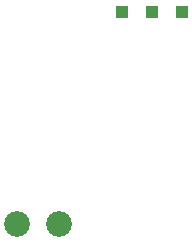
<source format=gbr>
G04 EAGLE Gerber RS-274X export*
G75*
%MOMM*%
%FSLAX34Y34*%
%LPD*%
%INBottom Copper*%
%IPPOS*%
%AMOC8*
5,1,8,0,0,1.08239X$1,22.5*%
G01*
%ADD10C,2.184400*%
%ADD11R,1.108000X1.108000*%


D10*
X92900Y58100D03*
X57900Y58100D03*
D11*
X146000Y237800D03*
X171400Y237800D03*
X196800Y237800D03*
M02*

</source>
